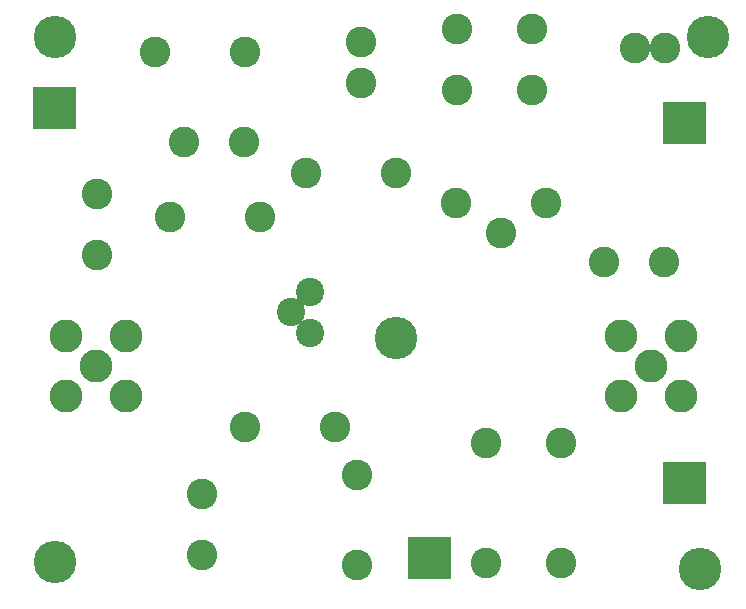
<source format=gbr>
%FSLAX34Y34*%
%MOMM*%
%LNSOLDERMASK_BOTTOM*%
G71*
G01*
%ADD10C,2.600*%
%ADD11C,2.400*%
%ADD12C,2.800*%
%ADD13C,3.600*%
%ADD14C,2.600*%
%LPD*%
X-220234Y88289D02*
G54D10*
D03*
X-296484Y88339D02*
G54D10*
D03*
X-345764Y-32025D02*
G54D10*
D03*
X-345652Y-83006D02*
G54D10*
D03*
X134397Y-89531D02*
G54D10*
D03*
X83416Y-89643D02*
G54D10*
D03*
X109675Y91475D02*
G54D10*
D03*
X135175Y91475D02*
G54D10*
D03*
X-165100Y-114300D02*
G54D11*
D03*
X-181000Y-131875D02*
G54D11*
D03*
X-165065Y-149491D02*
G54D11*
D03*
X-371500Y-152300D02*
G54D12*
D03*
X-320700Y-152300D02*
G54D12*
D03*
X-346100Y-177700D02*
G54D12*
D03*
X-320700Y-203100D02*
G54D12*
D03*
X-371500Y-203100D02*
G54D12*
D03*
X98400Y-152300D02*
G54D12*
D03*
X149200Y-152300D02*
G54D12*
D03*
X123800Y-177700D02*
G54D12*
D03*
X149200Y-203100D02*
G54D12*
D03*
X98400Y-203100D02*
G54D12*
D03*
X-92100Y-153900D02*
G54D13*
D03*
X-221203Y12069D02*
G54D10*
D03*
X-272184Y11957D02*
G54D10*
D03*
X-207534Y-51411D02*
G54D10*
D03*
X-283784Y-51361D02*
G54D10*
D03*
X-144034Y-229211D02*
G54D10*
D03*
X-220284Y-229161D02*
G54D10*
D03*
X-256864Y-286025D02*
G54D10*
D03*
X-256752Y-337006D02*
G54D10*
D03*
X-125072Y-346126D02*
G54D10*
D03*
X-125021Y-269876D02*
G54D10*
D03*
X22536Y107675D02*
G54D10*
D03*
X22648Y56694D02*
G54D10*
D03*
X-40964Y107675D02*
G54D10*
D03*
X-40852Y56694D02*
G54D10*
D03*
X-41300Y-39600D02*
G54D10*
D03*
X34900Y-39600D02*
G54D10*
D03*
X-3200Y-65000D02*
G54D10*
D03*
X-122194Y61906D02*
G54D10*
D03*
X-122194Y97006D02*
G54D10*
D03*
X-15900Y-242800D02*
G54D10*
D03*
X47600Y-242800D02*
G54D10*
D03*
X47600Y-344400D02*
G54D10*
D03*
X-15900Y-344400D02*
G54D10*
D03*
X-92050Y-14250D02*
G54D10*
D03*
X-168300Y-14200D02*
G54D10*
D03*
X-220234Y88289D02*
G54D14*
D03*
X-256752Y-337006D02*
G54D14*
D03*
X-125072Y-346126D02*
G54D14*
D03*
X-122194Y61906D02*
G54D14*
D03*
X-40852Y56694D02*
G54D14*
D03*
X22648Y56694D02*
G54D14*
D03*
X-15900Y-344400D02*
G54D14*
D03*
X47600Y-344400D02*
G54D14*
D03*
G36*
X-399627Y59198D02*
X-363627Y59198D01*
X-363627Y23198D01*
X-399627Y23198D01*
X-399627Y59198D01*
G37*
G36*
X133773Y46498D02*
X169773Y46498D01*
X169773Y10498D01*
X133773Y10498D01*
X133773Y46498D01*
G37*
G36*
X-82127Y-321802D02*
X-46127Y-321802D01*
X-46127Y-357802D01*
X-82127Y-357802D01*
X-82127Y-321802D01*
G37*
G36*
X133773Y-258302D02*
X169773Y-258302D01*
X169773Y-294302D01*
X133773Y-294302D01*
X133773Y-258302D01*
G37*
X-381000Y101600D02*
G54D13*
D03*
X171450Y101600D02*
G54D13*
D03*
X-381000Y-342900D02*
G54D13*
D03*
X165100Y-349250D02*
G54D13*
D03*
M02*

</source>
